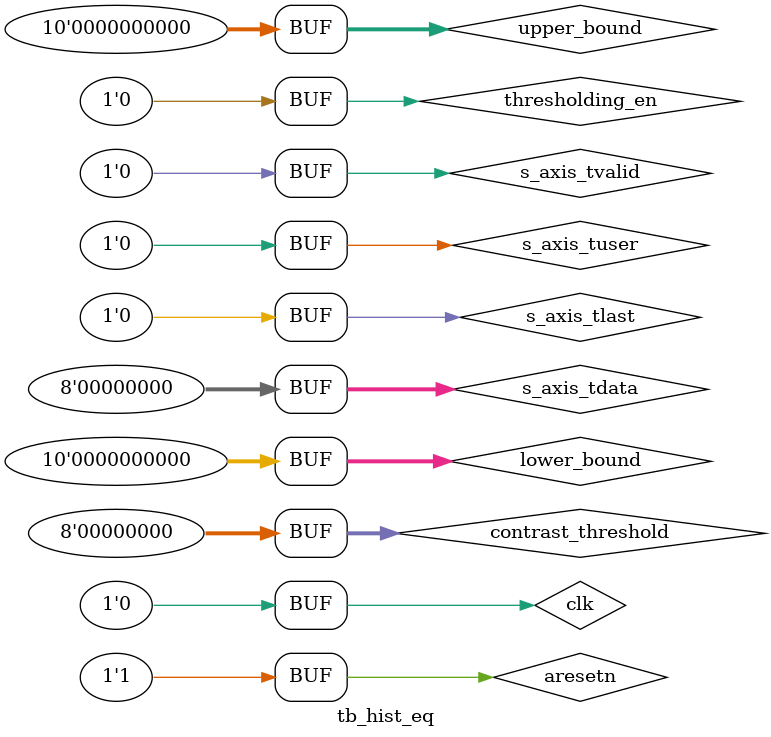
<source format=sv>
`timescale 1ns / 1ps


module tb_hist_eq(

    );

localparam DATA_WIDTH  = 8;

logic                  clk;
logic                  aresetn;

logic [DATA_WIDTH-1:0] contrast_threshold;
logic [9:0]            upper_bound;
logic [9:0]            lower_bound;
logic                  thresholding_en; 


logic [DATA_WIDTH-1:0] s_axis_tdata;
logic                  s_axis_tvalid;
logic                  s_axis_tuser;
logic                  s_axis_tlast;


            
hist_eq_module #(
  .DATA_WIDTH  ( DATA_WIDTH )

) hist_eq_module_inst ( 

  .i_sys_clk                ( clk          ),
  .i_sys_aresetn            ( aresetn      ),
                              
  .contrast_threshold_param ( contrast_threshold ),
  .upper_bound_param        ( upper_bound        ),
  .lower_bound_param        ( lower_bound        ),
  .thresholding_en          ( thresholding_en    ),
  
  .s_axis_tdata             ( s_axis_tdata       ),
  .s_axis_tvalid            ( s_axis_tvalid      ),
  .s_axis_tuser             ( s_axis_tuser       ),
  .s_axis_tlast             ( s_axis_tlast       ),
  .s_axis_tready            (       ),
        
  .m_axis_tdata             (        ),
  .m_axis_tvalid            (        ),
  .m_axis_tuser             (        ),
  .m_axis_tlast             (        )
  
);


//simulation
always
  begin
    clk = 1; #5; clk = 0; #5;
  end


initial
  begin

    aresetn            = 1'b0;
    contrast_threshold = '0;
    upper_bound        = '0;
    lower_bound        = '0;
    thresholding_en    = '0;

    s_axis_tdata       = '0;
    s_axis_tvalid      = 1'b0;
    s_axis_tuser       = 1'b0;
    s_axis_tlast       = 1'b0;

    #20;
    aresetn            = 1'b1;

  end 


//////////////////////////////////////////////////////////////////////////////////
//////////////////////////////////////////////////////////////////////////////////
endmodule

</source>
